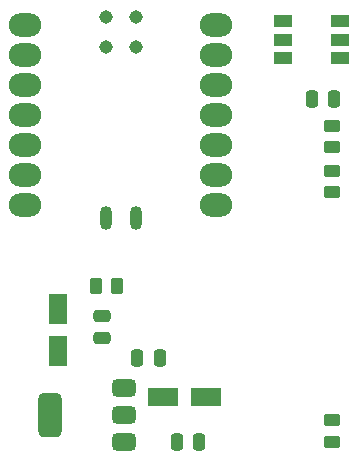
<source format=gbr>
%TF.GenerationSoftware,KiCad,Pcbnew,8.0.1*%
%TF.CreationDate,2024-05-28T10:15:11-03:00*%
%TF.ProjectId,ESP32C6-dev-board,45535033-3243-4362-9d64-65762d626f61,rev?*%
%TF.SameCoordinates,Original*%
%TF.FileFunction,Paste,Top*%
%TF.FilePolarity,Positive*%
%FSLAX46Y46*%
G04 Gerber Fmt 4.6, Leading zero omitted, Abs format (unit mm)*
G04 Created by KiCad (PCBNEW 8.0.1) date 2024-05-28 10:15:11*
%MOMM*%
%LPD*%
G01*
G04 APERTURE LIST*
G04 Aperture macros list*
%AMRoundRect*
0 Rectangle with rounded corners*
0 $1 Rounding radius*
0 $2 $3 $4 $5 $6 $7 $8 $9 X,Y pos of 4 corners*
0 Add a 4 corners polygon primitive as box body*
4,1,4,$2,$3,$4,$5,$6,$7,$8,$9,$2,$3,0*
0 Add four circle primitives for the rounded corners*
1,1,$1+$1,$2,$3*
1,1,$1+$1,$4,$5*
1,1,$1+$1,$6,$7*
1,1,$1+$1,$8,$9*
0 Add four rect primitives between the rounded corners*
20,1,$1+$1,$2,$3,$4,$5,0*
20,1,$1+$1,$4,$5,$6,$7,0*
20,1,$1+$1,$6,$7,$8,$9,0*
20,1,$1+$1,$8,$9,$2,$3,0*%
G04 Aperture macros list end*
%ADD10RoundRect,0.250000X0.450000X-0.262500X0.450000X0.262500X-0.450000X0.262500X-0.450000X-0.262500X0*%
%ADD11RoundRect,0.250000X-0.450000X0.262500X-0.450000X-0.262500X0.450000X-0.262500X0.450000X0.262500X0*%
%ADD12RoundRect,0.250000X0.250000X0.475000X-0.250000X0.475000X-0.250000X-0.475000X0.250000X-0.475000X0*%
%ADD13RoundRect,0.250000X0.475000X-0.250000X0.475000X0.250000X-0.475000X0.250000X-0.475000X-0.250000X0*%
%ADD14RoundRect,0.250000X0.550000X-1.050000X0.550000X1.050000X-0.550000X1.050000X-0.550000X-1.050000X0*%
%ADD15O,2.748280X1.998980*%
%ADD16O,1.016000X2.032000*%
%ADD17C,1.143000*%
%ADD18RoundRect,0.250000X-1.050000X-0.550000X1.050000X-0.550000X1.050000X0.550000X-1.050000X0.550000X0*%
%ADD19RoundRect,0.250000X0.262500X0.450000X-0.262500X0.450000X-0.262500X-0.450000X0.262500X-0.450000X0*%
%ADD20RoundRect,0.375000X0.625000X0.375000X-0.625000X0.375000X-0.625000X-0.375000X0.625000X-0.375000X0*%
%ADD21RoundRect,0.500000X0.500000X1.400000X-0.500000X1.400000X-0.500000X-1.400000X0.500000X-1.400000X0*%
%ADD22R,1.500000X1.000000*%
%ADD23RoundRect,0.250000X-0.250000X-0.475000X0.250000X-0.475000X0.250000X0.475000X-0.250000X0.475000X0*%
G04 APERTURE END LIST*
D10*
%TO.C,R4*%
X154750000Y-90825000D03*
X154750000Y-89000000D03*
%TD*%
D11*
%TO.C,R3*%
X154750000Y-92837500D03*
X154750000Y-94662500D03*
%TD*%
D12*
%TO.C,C6*%
X153000000Y-86750000D03*
X154900000Y-86750000D03*
%TD*%
D13*
%TO.C,C3*%
X135250000Y-107000000D03*
X135250000Y-105100000D03*
%TD*%
D14*
%TO.C,C1*%
X131500000Y-108100000D03*
X131500000Y-104500000D03*
%TD*%
D15*
%TO.C,U1*%
X128718710Y-80500490D03*
X128718710Y-83040490D03*
X128718710Y-85580490D03*
X128718710Y-88120490D03*
X128718710Y-90660490D03*
X128718710Y-93200490D03*
X128718710Y-95740490D03*
X144883270Y-95740490D03*
X144883270Y-93200490D03*
X144883270Y-90660490D03*
X144883270Y-88120490D03*
X144883270Y-85580490D03*
X144883270Y-83040490D03*
X144883270Y-80500490D03*
D16*
X135585590Y-96818310D03*
X138135590Y-96818310D03*
D17*
X135584393Y-79814123D03*
X138124393Y-79814123D03*
X135584393Y-82354123D03*
X138124393Y-82354123D03*
%TD*%
D11*
%TO.C,R2*%
X154750000Y-113925000D03*
X154750000Y-115750000D03*
%TD*%
D18*
%TO.C,C2*%
X140450000Y-112000000D03*
X144050000Y-112000000D03*
%TD*%
D19*
%TO.C,R1*%
X136548500Y-102616000D03*
X134723500Y-102616000D03*
%TD*%
D20*
%TO.C,U2*%
X137150000Y-115800000D03*
X137150000Y-113500000D03*
D21*
X130850000Y-113500000D03*
D20*
X137150000Y-111200000D03*
%TD*%
D12*
%TO.C,C5*%
X140142000Y-108712000D03*
X138242000Y-108712000D03*
%TD*%
D22*
%TO.C,D1*%
X150548000Y-80112000D03*
X150548000Y-81712000D03*
X150548000Y-83312000D03*
X155448000Y-83312000D03*
X155448000Y-81712000D03*
X155448000Y-80112000D03*
%TD*%
D23*
%TO.C,C4*%
X141600000Y-115750000D03*
X143500000Y-115750000D03*
%TD*%
M02*

</source>
